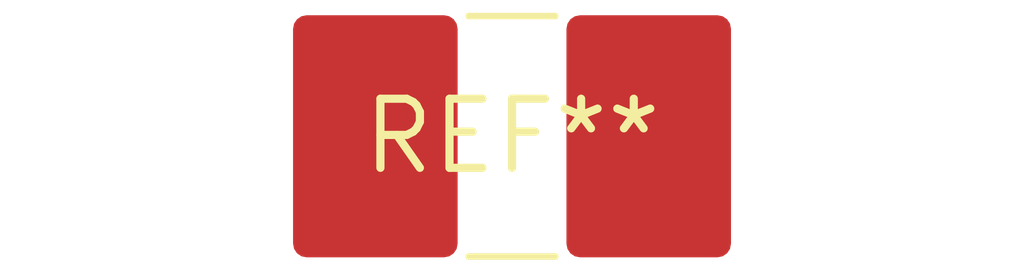
<source format=kicad_pcb>
(kicad_pcb (version 20240108) (generator pcbnew)
  (layers (0 "F.Cu" signal) (31 "B.Cu" signal) (34 "B.Paste" user) (35 "F.Paste" user) (36 "B.SilkS" user "B.Silkscreen") (37 "F.SilkS" user "F.Silkscreen") (38 "B.Mask" user) (39 "F.Mask" user) (44 "Edge.Cuts" user))
  (net 0 "")
  (footprint "R_2816_7142Metric" (layer "F.Cu") (at 0 0)
    (property "Reference" "REF**")
    (property "Value" "R_2816_7142Metric")
    (fp_line (start -0.797369 -2.21) (end 0.797369 -2.21) (layer "F.SilkS") (stroke (width 0.12)))
    (fp_line (start -0.797369 2.21) (end 0.797369 2.21) (layer "F.SilkS") (stroke (width 0.12)))
    (pad "1" smd roundrect (at -2.5125 0) (size 3.025 4.45) (layers "F.Cu" "F.Paste" "F.Mask") (roundrect_rratio 0.082645))
    (pad "2" smd roundrect (at 2.5125 0) (size 3.025 4.45) (layers "F.Cu" "F.Paste" "F.Mask") (roundrect_rratio 0.082645))
  )
)
</source>
